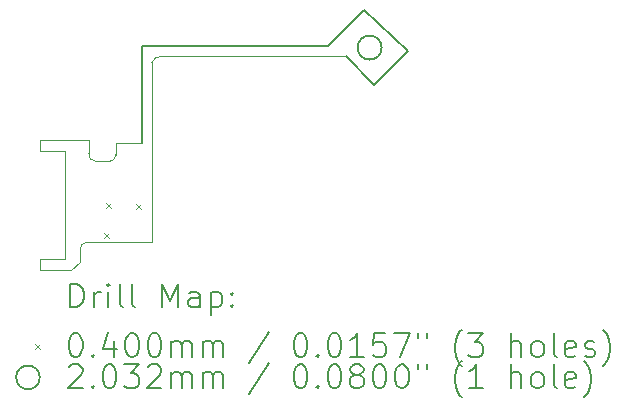
<source format=gbr>
%TF.GenerationSoftware,KiCad,Pcbnew,(6.0.8)*%
%TF.CreationDate,2022-11-07T14:55:18-05:00*%
%TF.ProjectId,3-input-or-gate,332d696e-7075-4742-9d6f-722d67617465,rev?*%
%TF.SameCoordinates,Original*%
%TF.FileFunction,Drillmap*%
%TF.FilePolarity,Positive*%
%FSLAX45Y45*%
G04 Gerber Fmt 4.5, Leading zero omitted, Abs format (unit mm)*
G04 Created by KiCad (PCBNEW (6.0.8)) date 2022-11-07 14:55:18*
%MOMM*%
%LPD*%
G01*
G04 APERTURE LIST*
%ADD10C,0.100000*%
%ADD11C,0.150000*%
%ADD12C,0.083820*%
%ADD13C,0.088900*%
%ADD14C,0.200000*%
%ADD15C,0.040000*%
%ADD16C,0.203200*%
G04 APERTURE END LIST*
D10*
X15240000Y-8432800D02*
G75*
G03*
X15163800Y-8483600I-920J-81170D01*
G01*
X16803000Y-8432800D02*
X15240000Y-8432800D01*
D11*
X17045000Y-8675000D02*
X16805000Y-8434000D01*
X15077500Y-8342500D02*
X16657500Y-8342500D01*
X17330000Y-8385000D02*
X17045000Y-8675000D01*
X16657500Y-8342500D02*
X16962500Y-8042500D01*
X16962500Y-8042500D02*
X17330000Y-8385000D01*
X15077500Y-9167000D02*
X15077500Y-8342500D01*
D10*
X14476000Y-10242000D02*
X14220000Y-10242000D01*
X14476000Y-10242000D02*
X14555000Y-10173000D01*
X14859000Y-9269000D02*
X14859000Y-9169400D01*
D12*
X14611000Y-10007998D02*
G75*
G03*
X14556000Y-10074000I1590J-57242D01*
G01*
D10*
X15163800Y-8483600D02*
X15163800Y-10007600D01*
D13*
X14679000Y-9321800D02*
X14806000Y-9321800D01*
D10*
X14630400Y-9139000D02*
X14630400Y-9270000D01*
X15163800Y-10007600D02*
X14611000Y-10008000D01*
X14220000Y-9138000D02*
X14630000Y-9138000D01*
X14555000Y-10073000D02*
X14555000Y-10173000D01*
X14430000Y-10150000D02*
X14430000Y-9230000D01*
X14430000Y-9230000D02*
X14220000Y-9230000D01*
X14219700Y-10150000D02*
X14430000Y-10150000D01*
X14859000Y-9169400D02*
X15077500Y-9169400D01*
X14220000Y-10242000D02*
X14219700Y-10150000D01*
X14220000Y-9230000D02*
X14220000Y-9140000D01*
D13*
X14796000Y-9322001D02*
G75*
G03*
X14859201Y-9265000I6960J55821D01*
G01*
X14630998Y-9254000D02*
G75*
G03*
X14688000Y-9322000I55402J-11450D01*
G01*
D14*
D15*
X14762500Y-9932500D02*
X14802500Y-9972500D01*
X14802500Y-9932500D02*
X14762500Y-9972500D01*
X14780000Y-9672500D02*
X14820000Y-9712500D01*
X14820000Y-9672500D02*
X14780000Y-9712500D01*
X15030260Y-9683950D02*
X15070260Y-9723950D01*
X15070260Y-9683950D02*
X15030260Y-9723950D01*
D16*
X17109600Y-8359000D02*
G75*
G03*
X17109600Y-8359000I-101600J0D01*
G01*
D14*
X14472319Y-10557476D02*
X14472319Y-10357476D01*
X14519938Y-10357476D01*
X14548509Y-10367000D01*
X14567557Y-10386048D01*
X14577081Y-10405095D01*
X14586605Y-10443190D01*
X14586605Y-10471762D01*
X14577081Y-10509857D01*
X14567557Y-10528905D01*
X14548509Y-10547952D01*
X14519938Y-10557476D01*
X14472319Y-10557476D01*
X14672319Y-10557476D02*
X14672319Y-10424143D01*
X14672319Y-10462238D02*
X14681843Y-10443190D01*
X14691367Y-10433667D01*
X14710414Y-10424143D01*
X14729462Y-10424143D01*
X14796128Y-10557476D02*
X14796128Y-10424143D01*
X14796128Y-10357476D02*
X14786605Y-10367000D01*
X14796128Y-10376524D01*
X14805652Y-10367000D01*
X14796128Y-10357476D01*
X14796128Y-10376524D01*
X14919938Y-10557476D02*
X14900890Y-10547952D01*
X14891367Y-10528905D01*
X14891367Y-10357476D01*
X15024700Y-10557476D02*
X15005652Y-10547952D01*
X14996128Y-10528905D01*
X14996128Y-10357476D01*
X15253271Y-10557476D02*
X15253271Y-10357476D01*
X15319938Y-10500333D01*
X15386605Y-10357476D01*
X15386605Y-10557476D01*
X15567557Y-10557476D02*
X15567557Y-10452714D01*
X15558033Y-10433667D01*
X15538986Y-10424143D01*
X15500890Y-10424143D01*
X15481843Y-10433667D01*
X15567557Y-10547952D02*
X15548509Y-10557476D01*
X15500890Y-10557476D01*
X15481843Y-10547952D01*
X15472319Y-10528905D01*
X15472319Y-10509857D01*
X15481843Y-10490810D01*
X15500890Y-10481286D01*
X15548509Y-10481286D01*
X15567557Y-10471762D01*
X15662795Y-10424143D02*
X15662795Y-10624143D01*
X15662795Y-10433667D02*
X15681843Y-10424143D01*
X15719938Y-10424143D01*
X15738986Y-10433667D01*
X15748509Y-10443190D01*
X15758033Y-10462238D01*
X15758033Y-10519381D01*
X15748509Y-10538429D01*
X15738986Y-10547952D01*
X15719938Y-10557476D01*
X15681843Y-10557476D01*
X15662795Y-10547952D01*
X15843748Y-10538429D02*
X15853271Y-10547952D01*
X15843748Y-10557476D01*
X15834224Y-10547952D01*
X15843748Y-10538429D01*
X15843748Y-10557476D01*
X15843748Y-10433667D02*
X15853271Y-10443190D01*
X15843748Y-10452714D01*
X15834224Y-10443190D01*
X15843748Y-10433667D01*
X15843748Y-10452714D01*
D15*
X14174700Y-10867000D02*
X14214700Y-10907000D01*
X14214700Y-10867000D02*
X14174700Y-10907000D01*
D14*
X14510414Y-10777476D02*
X14529462Y-10777476D01*
X14548509Y-10787000D01*
X14558033Y-10796524D01*
X14567557Y-10815571D01*
X14577081Y-10853667D01*
X14577081Y-10901286D01*
X14567557Y-10939381D01*
X14558033Y-10958429D01*
X14548509Y-10967952D01*
X14529462Y-10977476D01*
X14510414Y-10977476D01*
X14491367Y-10967952D01*
X14481843Y-10958429D01*
X14472319Y-10939381D01*
X14462795Y-10901286D01*
X14462795Y-10853667D01*
X14472319Y-10815571D01*
X14481843Y-10796524D01*
X14491367Y-10787000D01*
X14510414Y-10777476D01*
X14662795Y-10958429D02*
X14672319Y-10967952D01*
X14662795Y-10977476D01*
X14653271Y-10967952D01*
X14662795Y-10958429D01*
X14662795Y-10977476D01*
X14843748Y-10844143D02*
X14843748Y-10977476D01*
X14796128Y-10767952D02*
X14748509Y-10910810D01*
X14872319Y-10910810D01*
X14986605Y-10777476D02*
X15005652Y-10777476D01*
X15024700Y-10787000D01*
X15034224Y-10796524D01*
X15043748Y-10815571D01*
X15053271Y-10853667D01*
X15053271Y-10901286D01*
X15043748Y-10939381D01*
X15034224Y-10958429D01*
X15024700Y-10967952D01*
X15005652Y-10977476D01*
X14986605Y-10977476D01*
X14967557Y-10967952D01*
X14958033Y-10958429D01*
X14948509Y-10939381D01*
X14938986Y-10901286D01*
X14938986Y-10853667D01*
X14948509Y-10815571D01*
X14958033Y-10796524D01*
X14967557Y-10787000D01*
X14986605Y-10777476D01*
X15177081Y-10777476D02*
X15196128Y-10777476D01*
X15215176Y-10787000D01*
X15224700Y-10796524D01*
X15234224Y-10815571D01*
X15243748Y-10853667D01*
X15243748Y-10901286D01*
X15234224Y-10939381D01*
X15224700Y-10958429D01*
X15215176Y-10967952D01*
X15196128Y-10977476D01*
X15177081Y-10977476D01*
X15158033Y-10967952D01*
X15148509Y-10958429D01*
X15138986Y-10939381D01*
X15129462Y-10901286D01*
X15129462Y-10853667D01*
X15138986Y-10815571D01*
X15148509Y-10796524D01*
X15158033Y-10787000D01*
X15177081Y-10777476D01*
X15329462Y-10977476D02*
X15329462Y-10844143D01*
X15329462Y-10863190D02*
X15338986Y-10853667D01*
X15358033Y-10844143D01*
X15386605Y-10844143D01*
X15405652Y-10853667D01*
X15415176Y-10872714D01*
X15415176Y-10977476D01*
X15415176Y-10872714D02*
X15424700Y-10853667D01*
X15443748Y-10844143D01*
X15472319Y-10844143D01*
X15491367Y-10853667D01*
X15500890Y-10872714D01*
X15500890Y-10977476D01*
X15596128Y-10977476D02*
X15596128Y-10844143D01*
X15596128Y-10863190D02*
X15605652Y-10853667D01*
X15624700Y-10844143D01*
X15653271Y-10844143D01*
X15672319Y-10853667D01*
X15681843Y-10872714D01*
X15681843Y-10977476D01*
X15681843Y-10872714D02*
X15691367Y-10853667D01*
X15710414Y-10844143D01*
X15738986Y-10844143D01*
X15758033Y-10853667D01*
X15767557Y-10872714D01*
X15767557Y-10977476D01*
X16158033Y-10767952D02*
X15986605Y-11025095D01*
X16415176Y-10777476D02*
X16434224Y-10777476D01*
X16453271Y-10787000D01*
X16462795Y-10796524D01*
X16472319Y-10815571D01*
X16481843Y-10853667D01*
X16481843Y-10901286D01*
X16472319Y-10939381D01*
X16462795Y-10958429D01*
X16453271Y-10967952D01*
X16434224Y-10977476D01*
X16415176Y-10977476D01*
X16396128Y-10967952D01*
X16386605Y-10958429D01*
X16377081Y-10939381D01*
X16367557Y-10901286D01*
X16367557Y-10853667D01*
X16377081Y-10815571D01*
X16386605Y-10796524D01*
X16396128Y-10787000D01*
X16415176Y-10777476D01*
X16567557Y-10958429D02*
X16577081Y-10967952D01*
X16567557Y-10977476D01*
X16558033Y-10967952D01*
X16567557Y-10958429D01*
X16567557Y-10977476D01*
X16700890Y-10777476D02*
X16719938Y-10777476D01*
X16738986Y-10787000D01*
X16748509Y-10796524D01*
X16758033Y-10815571D01*
X16767557Y-10853667D01*
X16767557Y-10901286D01*
X16758033Y-10939381D01*
X16748509Y-10958429D01*
X16738986Y-10967952D01*
X16719938Y-10977476D01*
X16700890Y-10977476D01*
X16681843Y-10967952D01*
X16672319Y-10958429D01*
X16662795Y-10939381D01*
X16653271Y-10901286D01*
X16653271Y-10853667D01*
X16662795Y-10815571D01*
X16672319Y-10796524D01*
X16681843Y-10787000D01*
X16700890Y-10777476D01*
X16958033Y-10977476D02*
X16843748Y-10977476D01*
X16900890Y-10977476D02*
X16900890Y-10777476D01*
X16881843Y-10806048D01*
X16862795Y-10825095D01*
X16843748Y-10834619D01*
X17138986Y-10777476D02*
X17043748Y-10777476D01*
X17034224Y-10872714D01*
X17043748Y-10863190D01*
X17062795Y-10853667D01*
X17110414Y-10853667D01*
X17129462Y-10863190D01*
X17138986Y-10872714D01*
X17148510Y-10891762D01*
X17148510Y-10939381D01*
X17138986Y-10958429D01*
X17129462Y-10967952D01*
X17110414Y-10977476D01*
X17062795Y-10977476D01*
X17043748Y-10967952D01*
X17034224Y-10958429D01*
X17215176Y-10777476D02*
X17348510Y-10777476D01*
X17262795Y-10977476D01*
X17415176Y-10777476D02*
X17415176Y-10815571D01*
X17491367Y-10777476D02*
X17491367Y-10815571D01*
X17786605Y-11053667D02*
X17777081Y-11044143D01*
X17758033Y-11015571D01*
X17748510Y-10996524D01*
X17738986Y-10967952D01*
X17729462Y-10920333D01*
X17729462Y-10882238D01*
X17738986Y-10834619D01*
X17748510Y-10806048D01*
X17758033Y-10787000D01*
X17777081Y-10758429D01*
X17786605Y-10748905D01*
X17843748Y-10777476D02*
X17967557Y-10777476D01*
X17900890Y-10853667D01*
X17929462Y-10853667D01*
X17948510Y-10863190D01*
X17958033Y-10872714D01*
X17967557Y-10891762D01*
X17967557Y-10939381D01*
X17958033Y-10958429D01*
X17948510Y-10967952D01*
X17929462Y-10977476D01*
X17872319Y-10977476D01*
X17853271Y-10967952D01*
X17843748Y-10958429D01*
X18205652Y-10977476D02*
X18205652Y-10777476D01*
X18291367Y-10977476D02*
X18291367Y-10872714D01*
X18281843Y-10853667D01*
X18262795Y-10844143D01*
X18234224Y-10844143D01*
X18215176Y-10853667D01*
X18205652Y-10863190D01*
X18415176Y-10977476D02*
X18396129Y-10967952D01*
X18386605Y-10958429D01*
X18377081Y-10939381D01*
X18377081Y-10882238D01*
X18386605Y-10863190D01*
X18396129Y-10853667D01*
X18415176Y-10844143D01*
X18443748Y-10844143D01*
X18462795Y-10853667D01*
X18472319Y-10863190D01*
X18481843Y-10882238D01*
X18481843Y-10939381D01*
X18472319Y-10958429D01*
X18462795Y-10967952D01*
X18443748Y-10977476D01*
X18415176Y-10977476D01*
X18596129Y-10977476D02*
X18577081Y-10967952D01*
X18567557Y-10948905D01*
X18567557Y-10777476D01*
X18748510Y-10967952D02*
X18729462Y-10977476D01*
X18691367Y-10977476D01*
X18672319Y-10967952D01*
X18662795Y-10948905D01*
X18662795Y-10872714D01*
X18672319Y-10853667D01*
X18691367Y-10844143D01*
X18729462Y-10844143D01*
X18748510Y-10853667D01*
X18758033Y-10872714D01*
X18758033Y-10891762D01*
X18662795Y-10910810D01*
X18834224Y-10967952D02*
X18853271Y-10977476D01*
X18891367Y-10977476D01*
X18910414Y-10967952D01*
X18919938Y-10948905D01*
X18919938Y-10939381D01*
X18910414Y-10920333D01*
X18891367Y-10910810D01*
X18862795Y-10910810D01*
X18843748Y-10901286D01*
X18834224Y-10882238D01*
X18834224Y-10872714D01*
X18843748Y-10853667D01*
X18862795Y-10844143D01*
X18891367Y-10844143D01*
X18910414Y-10853667D01*
X18986605Y-11053667D02*
X18996129Y-11044143D01*
X19015176Y-11015571D01*
X19024700Y-10996524D01*
X19034224Y-10967952D01*
X19043748Y-10920333D01*
X19043748Y-10882238D01*
X19034224Y-10834619D01*
X19024700Y-10806048D01*
X19015176Y-10787000D01*
X18996129Y-10758429D01*
X18986605Y-10748905D01*
X14214700Y-11151000D02*
G75*
G03*
X14214700Y-11151000I-100000J0D01*
G01*
X14462795Y-11060524D02*
X14472319Y-11051000D01*
X14491367Y-11041476D01*
X14538986Y-11041476D01*
X14558033Y-11051000D01*
X14567557Y-11060524D01*
X14577081Y-11079571D01*
X14577081Y-11098619D01*
X14567557Y-11127190D01*
X14453271Y-11241476D01*
X14577081Y-11241476D01*
X14662795Y-11222428D02*
X14672319Y-11231952D01*
X14662795Y-11241476D01*
X14653271Y-11231952D01*
X14662795Y-11222428D01*
X14662795Y-11241476D01*
X14796128Y-11041476D02*
X14815176Y-11041476D01*
X14834224Y-11051000D01*
X14843748Y-11060524D01*
X14853271Y-11079571D01*
X14862795Y-11117667D01*
X14862795Y-11165286D01*
X14853271Y-11203381D01*
X14843748Y-11222428D01*
X14834224Y-11231952D01*
X14815176Y-11241476D01*
X14796128Y-11241476D01*
X14777081Y-11231952D01*
X14767557Y-11222428D01*
X14758033Y-11203381D01*
X14748509Y-11165286D01*
X14748509Y-11117667D01*
X14758033Y-11079571D01*
X14767557Y-11060524D01*
X14777081Y-11051000D01*
X14796128Y-11041476D01*
X14929462Y-11041476D02*
X15053271Y-11041476D01*
X14986605Y-11117667D01*
X15015176Y-11117667D01*
X15034224Y-11127190D01*
X15043748Y-11136714D01*
X15053271Y-11155762D01*
X15053271Y-11203381D01*
X15043748Y-11222428D01*
X15034224Y-11231952D01*
X15015176Y-11241476D01*
X14958033Y-11241476D01*
X14938986Y-11231952D01*
X14929462Y-11222428D01*
X15129462Y-11060524D02*
X15138986Y-11051000D01*
X15158033Y-11041476D01*
X15205652Y-11041476D01*
X15224700Y-11051000D01*
X15234224Y-11060524D01*
X15243748Y-11079571D01*
X15243748Y-11098619D01*
X15234224Y-11127190D01*
X15119938Y-11241476D01*
X15243748Y-11241476D01*
X15329462Y-11241476D02*
X15329462Y-11108143D01*
X15329462Y-11127190D02*
X15338986Y-11117667D01*
X15358033Y-11108143D01*
X15386605Y-11108143D01*
X15405652Y-11117667D01*
X15415176Y-11136714D01*
X15415176Y-11241476D01*
X15415176Y-11136714D02*
X15424700Y-11117667D01*
X15443748Y-11108143D01*
X15472319Y-11108143D01*
X15491367Y-11117667D01*
X15500890Y-11136714D01*
X15500890Y-11241476D01*
X15596128Y-11241476D02*
X15596128Y-11108143D01*
X15596128Y-11127190D02*
X15605652Y-11117667D01*
X15624700Y-11108143D01*
X15653271Y-11108143D01*
X15672319Y-11117667D01*
X15681843Y-11136714D01*
X15681843Y-11241476D01*
X15681843Y-11136714D02*
X15691367Y-11117667D01*
X15710414Y-11108143D01*
X15738986Y-11108143D01*
X15758033Y-11117667D01*
X15767557Y-11136714D01*
X15767557Y-11241476D01*
X16158033Y-11031952D02*
X15986605Y-11289095D01*
X16415176Y-11041476D02*
X16434224Y-11041476D01*
X16453271Y-11051000D01*
X16462795Y-11060524D01*
X16472319Y-11079571D01*
X16481843Y-11117667D01*
X16481843Y-11165286D01*
X16472319Y-11203381D01*
X16462795Y-11222428D01*
X16453271Y-11231952D01*
X16434224Y-11241476D01*
X16415176Y-11241476D01*
X16396128Y-11231952D01*
X16386605Y-11222428D01*
X16377081Y-11203381D01*
X16367557Y-11165286D01*
X16367557Y-11117667D01*
X16377081Y-11079571D01*
X16386605Y-11060524D01*
X16396128Y-11051000D01*
X16415176Y-11041476D01*
X16567557Y-11222428D02*
X16577081Y-11231952D01*
X16567557Y-11241476D01*
X16558033Y-11231952D01*
X16567557Y-11222428D01*
X16567557Y-11241476D01*
X16700890Y-11041476D02*
X16719938Y-11041476D01*
X16738986Y-11051000D01*
X16748509Y-11060524D01*
X16758033Y-11079571D01*
X16767557Y-11117667D01*
X16767557Y-11165286D01*
X16758033Y-11203381D01*
X16748509Y-11222428D01*
X16738986Y-11231952D01*
X16719938Y-11241476D01*
X16700890Y-11241476D01*
X16681843Y-11231952D01*
X16672319Y-11222428D01*
X16662795Y-11203381D01*
X16653271Y-11165286D01*
X16653271Y-11117667D01*
X16662795Y-11079571D01*
X16672319Y-11060524D01*
X16681843Y-11051000D01*
X16700890Y-11041476D01*
X16881843Y-11127190D02*
X16862795Y-11117667D01*
X16853271Y-11108143D01*
X16843748Y-11089095D01*
X16843748Y-11079571D01*
X16853271Y-11060524D01*
X16862795Y-11051000D01*
X16881843Y-11041476D01*
X16919938Y-11041476D01*
X16938986Y-11051000D01*
X16948510Y-11060524D01*
X16958033Y-11079571D01*
X16958033Y-11089095D01*
X16948510Y-11108143D01*
X16938986Y-11117667D01*
X16919938Y-11127190D01*
X16881843Y-11127190D01*
X16862795Y-11136714D01*
X16853271Y-11146238D01*
X16843748Y-11165286D01*
X16843748Y-11203381D01*
X16853271Y-11222428D01*
X16862795Y-11231952D01*
X16881843Y-11241476D01*
X16919938Y-11241476D01*
X16938986Y-11231952D01*
X16948510Y-11222428D01*
X16958033Y-11203381D01*
X16958033Y-11165286D01*
X16948510Y-11146238D01*
X16938986Y-11136714D01*
X16919938Y-11127190D01*
X17081843Y-11041476D02*
X17100890Y-11041476D01*
X17119938Y-11051000D01*
X17129462Y-11060524D01*
X17138986Y-11079571D01*
X17148510Y-11117667D01*
X17148510Y-11165286D01*
X17138986Y-11203381D01*
X17129462Y-11222428D01*
X17119938Y-11231952D01*
X17100890Y-11241476D01*
X17081843Y-11241476D01*
X17062795Y-11231952D01*
X17053271Y-11222428D01*
X17043748Y-11203381D01*
X17034224Y-11165286D01*
X17034224Y-11117667D01*
X17043748Y-11079571D01*
X17053271Y-11060524D01*
X17062795Y-11051000D01*
X17081843Y-11041476D01*
X17272319Y-11041476D02*
X17291367Y-11041476D01*
X17310414Y-11051000D01*
X17319938Y-11060524D01*
X17329462Y-11079571D01*
X17338986Y-11117667D01*
X17338986Y-11165286D01*
X17329462Y-11203381D01*
X17319938Y-11222428D01*
X17310414Y-11231952D01*
X17291367Y-11241476D01*
X17272319Y-11241476D01*
X17253271Y-11231952D01*
X17243748Y-11222428D01*
X17234224Y-11203381D01*
X17224700Y-11165286D01*
X17224700Y-11117667D01*
X17234224Y-11079571D01*
X17243748Y-11060524D01*
X17253271Y-11051000D01*
X17272319Y-11041476D01*
X17415176Y-11041476D02*
X17415176Y-11079571D01*
X17491367Y-11041476D02*
X17491367Y-11079571D01*
X17786605Y-11317667D02*
X17777081Y-11308143D01*
X17758033Y-11279571D01*
X17748510Y-11260524D01*
X17738986Y-11231952D01*
X17729462Y-11184333D01*
X17729462Y-11146238D01*
X17738986Y-11098619D01*
X17748510Y-11070048D01*
X17758033Y-11051000D01*
X17777081Y-11022429D01*
X17786605Y-11012905D01*
X17967557Y-11241476D02*
X17853271Y-11241476D01*
X17910414Y-11241476D02*
X17910414Y-11041476D01*
X17891367Y-11070048D01*
X17872319Y-11089095D01*
X17853271Y-11098619D01*
X18205652Y-11241476D02*
X18205652Y-11041476D01*
X18291367Y-11241476D02*
X18291367Y-11136714D01*
X18281843Y-11117667D01*
X18262795Y-11108143D01*
X18234224Y-11108143D01*
X18215176Y-11117667D01*
X18205652Y-11127190D01*
X18415176Y-11241476D02*
X18396129Y-11231952D01*
X18386605Y-11222428D01*
X18377081Y-11203381D01*
X18377081Y-11146238D01*
X18386605Y-11127190D01*
X18396129Y-11117667D01*
X18415176Y-11108143D01*
X18443748Y-11108143D01*
X18462795Y-11117667D01*
X18472319Y-11127190D01*
X18481843Y-11146238D01*
X18481843Y-11203381D01*
X18472319Y-11222428D01*
X18462795Y-11231952D01*
X18443748Y-11241476D01*
X18415176Y-11241476D01*
X18596129Y-11241476D02*
X18577081Y-11231952D01*
X18567557Y-11212905D01*
X18567557Y-11041476D01*
X18748510Y-11231952D02*
X18729462Y-11241476D01*
X18691367Y-11241476D01*
X18672319Y-11231952D01*
X18662795Y-11212905D01*
X18662795Y-11136714D01*
X18672319Y-11117667D01*
X18691367Y-11108143D01*
X18729462Y-11108143D01*
X18748510Y-11117667D01*
X18758033Y-11136714D01*
X18758033Y-11155762D01*
X18662795Y-11174810D01*
X18824700Y-11317667D02*
X18834224Y-11308143D01*
X18853271Y-11279571D01*
X18862795Y-11260524D01*
X18872319Y-11231952D01*
X18881843Y-11184333D01*
X18881843Y-11146238D01*
X18872319Y-11098619D01*
X18862795Y-11070048D01*
X18853271Y-11051000D01*
X18834224Y-11022429D01*
X18824700Y-11012905D01*
M02*

</source>
